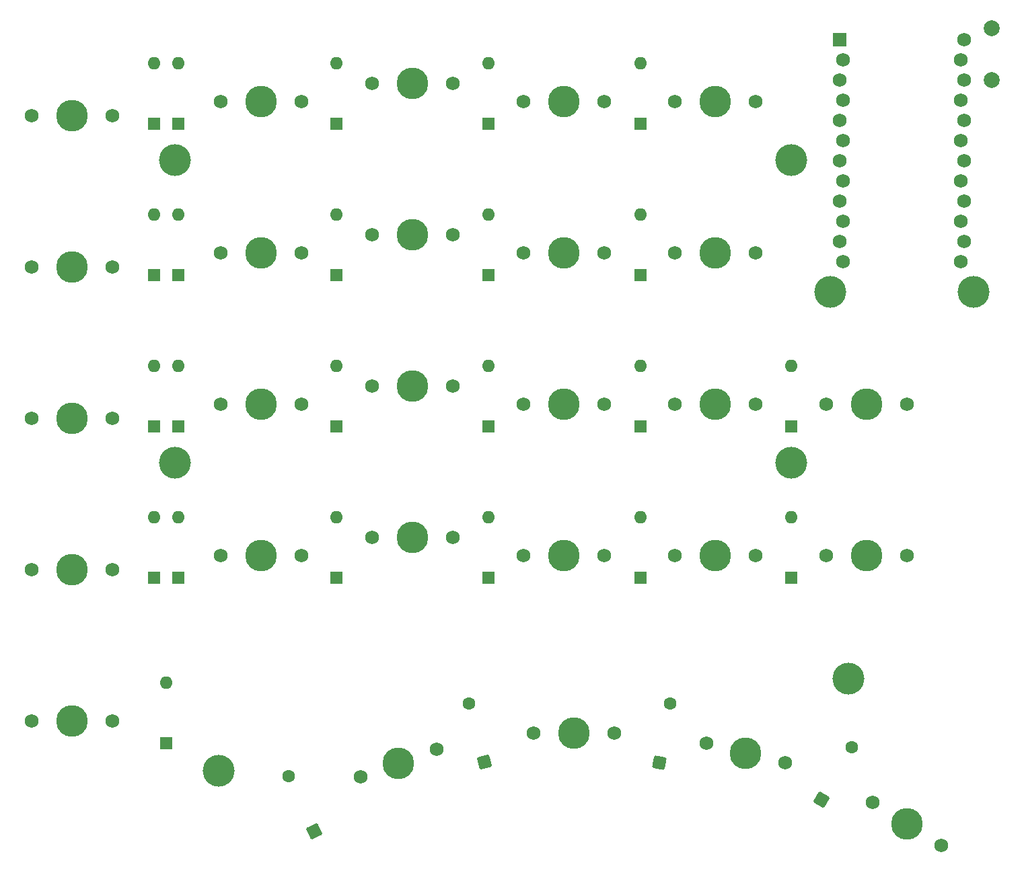
<source format=gts>
%TF.GenerationSoftware,KiCad,Pcbnew,5.99.0-unknown-5f3c67bd2b~134~ubuntu20.04.1*%
%TF.CreationDate,2021-09-29T14:39:44+02:00*%
%TF.ProjectId,knuckle-pad,6b6e7563-6b6c-4652-9d70-61642e6b6963,rev?*%
%TF.SameCoordinates,Original*%
%TF.FileFunction,Soldermask,Top*%
%TF.FilePolarity,Negative*%
%FSLAX46Y46*%
G04 Gerber Fmt 4.6, Leading zero omitted, Abs format (unit mm)*
G04 Created by KiCad (PCBNEW 5.99.0-unknown-5f3c67bd2b~134~ubuntu20.04.1) date 2021-09-29 14:39:44*
%MOMM*%
%LPD*%
G01*
G04 APERTURE LIST*
G04 Aperture macros list*
%AMRoundRect*
0 Rectangle with rounded corners*
0 $1 Rounding radius*
0 $2 $3 $4 $5 $6 $7 $8 $9 X,Y pos of 4 corners*
0 Add a 4 corners polygon primitive as box body*
4,1,4,$2,$3,$4,$5,$6,$7,$8,$9,$2,$3,0*
0 Add four circle primitives for the rounded corners*
1,1,$1+$1,$2,$3*
1,1,$1+$1,$4,$5*
1,1,$1+$1,$6,$7*
1,1,$1+$1,$8,$9*
0 Add four rect primitives between the rounded corners*
20,1,$1+$1,$2,$3,$4,$5,0*
20,1,$1+$1,$4,$5,$6,$7,0*
20,1,$1+$1,$6,$7,$8,$9,0*
20,1,$1+$1,$8,$9,$2,$3,0*%
%AMHorizOval*
0 Thick line with rounded ends*
0 $1 width*
0 $2 $3 position (X,Y) of the first rounded end (center of the circle)*
0 $4 $5 position (X,Y) of the second rounded end (center of the circle)*
0 Add line between two ends*
20,1,$1,$2,$3,$4,$5,0*
0 Add two circle primitives to create the rounded ends*
1,1,$1,$2,$3*
1,1,$1,$4,$5*%
G04 Aperture macros list end*
%ADD10R,1.752600X1.752600*%
%ADD11C,1.752600*%
%ADD12C,1.750000*%
%ADD13C,3.987800*%
%ADD14C,4.000000*%
%ADD15RoundRect,0.160000X0.640000X-0.640000X0.640000X0.640000X-0.640000X0.640000X-0.640000X-0.640000X0*%
%ADD16O,1.600000X1.600000*%
%ADD17RoundRect,0.160000X0.850513X-0.309561X0.309561X0.850513X-0.850513X0.309561X-0.309561X-0.850513X0*%
%ADD18HorizOval,1.600000X0.000000X0.000000X0.000000X0.000000X0*%
%ADD19RoundRect,0.160000X0.783837X-0.452548X0.452548X0.783837X-0.783837X0.452548X-0.452548X-0.783837X0*%
%ADD20HorizOval,1.600000X0.000000X0.000000X0.000000X0.000000X0*%
%ADD21RoundRect,0.160000X0.519142X-0.741412X0.741412X0.519142X-0.519142X0.741412X-0.741412X-0.519142X0*%
%ADD22HorizOval,1.600000X0.000000X0.000000X0.000000X0.000000X0*%
%ADD23RoundRect,0.160000X0.234256X-0.874256X0.874256X0.234256X-0.234256X0.874256X-0.874256X-0.234256X0*%
%ADD24HorizOval,1.600000X0.000000X0.000000X0.000000X0.000000X0*%
%ADD25C,2.000000*%
G04 APERTURE END LIST*
D10*
%TO.C,U1*%
X187604400Y-37927763D03*
D11*
X188061600Y-40467763D03*
X187604400Y-43007763D03*
X188061600Y-45547763D03*
X187604400Y-48087763D03*
X188061600Y-50627763D03*
X187604400Y-53167763D03*
X188061600Y-55707763D03*
X187604400Y-58247763D03*
X188061600Y-60787763D03*
X187604400Y-63327763D03*
X188061600Y-65867763D03*
X202844400Y-65867763D03*
X203301600Y-63327763D03*
X202844400Y-60787763D03*
X203301600Y-58247763D03*
X202844400Y-55707763D03*
X203301600Y-53167763D03*
X202844400Y-50627763D03*
X203301600Y-48087763D03*
X202844400Y-45547763D03*
X203301600Y-43007763D03*
X202844400Y-40467763D03*
X203301600Y-37927763D03*
%TD*%
D12*
%TO.C,SW1*%
X96037400Y-47498000D03*
D13*
X90957400Y-47498000D03*
D12*
X85877400Y-47498000D03*
%TD*%
%TO.C,SW2*%
X96037400Y-66548000D03*
X85877400Y-66548000D03*
D13*
X90957400Y-66548000D03*
%TD*%
D12*
%TO.C,SW3*%
X85877400Y-85598000D03*
X96037400Y-85598000D03*
D13*
X90957400Y-85598000D03*
%TD*%
D12*
%TO.C,SW4*%
X85877400Y-104648000D03*
D13*
X90957400Y-104648000D03*
D12*
X96037400Y-104648000D03*
%TD*%
%TO.C,SW5*%
X96037400Y-123698000D03*
X85877400Y-123698000D03*
D13*
X90957400Y-123698000D03*
%TD*%
%TO.C,SW6*%
X114808000Y-45720000D03*
D12*
X119888000Y-45720000D03*
X109728000Y-45720000D03*
%TD*%
%TO.C,SW7*%
X119888000Y-64770000D03*
X109728000Y-64770000D03*
D13*
X114808000Y-64770000D03*
%TD*%
%TO.C,SW8*%
X114808000Y-83820000D03*
D12*
X119888000Y-83820000D03*
X109728000Y-83820000D03*
%TD*%
%TO.C,SW9*%
X119888000Y-102870000D03*
X109728000Y-102870000D03*
D13*
X114808000Y-102870000D03*
%TD*%
D12*
%TO.C,SW10*%
X138938000Y-43434000D03*
X128778000Y-43434000D03*
D13*
X133858000Y-43434000D03*
%TD*%
%TO.C,SW11*%
X133858000Y-62484000D03*
D12*
X128778000Y-62484000D03*
X138938000Y-62484000D03*
%TD*%
D13*
%TO.C,SW12*%
X133858000Y-81534000D03*
D12*
X138938000Y-81534000D03*
X128778000Y-81534000D03*
%TD*%
D13*
%TO.C,SW13*%
X133858000Y-100584000D03*
D12*
X128778000Y-100584000D03*
X138938000Y-100584000D03*
%TD*%
%TO.C,SW14*%
X136853639Y-127294538D03*
D13*
X132080000Y-129032000D03*
D12*
X127306361Y-130769462D03*
%TD*%
D13*
%TO.C,SW15*%
X152908000Y-45720000D03*
D12*
X147828000Y-45720000D03*
X157988000Y-45720000D03*
%TD*%
D13*
%TO.C,SW16*%
X152908000Y-64770000D03*
D12*
X157988000Y-64770000D03*
X147828000Y-64770000D03*
%TD*%
%TO.C,SW17*%
X147828000Y-83820000D03*
D13*
X152908000Y-83820000D03*
D12*
X157988000Y-83820000D03*
%TD*%
D13*
%TO.C,SW18*%
X152908000Y-102870000D03*
D12*
X157988000Y-102870000D03*
X147828000Y-102870000D03*
%TD*%
%TO.C,SW19*%
X159258000Y-125222000D03*
D13*
X154178000Y-125222000D03*
D12*
X149098000Y-125222000D03*
%TD*%
%TO.C,SW20*%
X166878000Y-45720000D03*
X177038000Y-45720000D03*
D13*
X171958000Y-45720000D03*
%TD*%
%TO.C,SW21*%
X171958000Y-64770000D03*
D12*
X166878000Y-64770000D03*
X177038000Y-64770000D03*
%TD*%
%TO.C,SW22*%
X166878000Y-83820000D03*
D13*
X171958000Y-83820000D03*
D12*
X177038000Y-83820000D03*
%TD*%
%TO.C,SW23*%
X166878000Y-102870000D03*
D13*
X171958000Y-102870000D03*
D12*
X177038000Y-102870000D03*
%TD*%
%TO.C,SW24*%
X180697102Y-128990963D03*
X170838898Y-126533037D03*
D13*
X175768000Y-127762000D03*
%TD*%
%TO.C,SW25*%
X191008000Y-83820000D03*
D12*
X196088000Y-83820000D03*
X185928000Y-83820000D03*
%TD*%
%TO.C,SW26*%
X196088000Y-102870000D03*
X185928000Y-102870000D03*
D13*
X191008000Y-102870000D03*
%TD*%
%TO.C,SW27*%
X196088000Y-136652000D03*
D12*
X191779916Y-133960010D03*
X200396084Y-139343990D03*
%TD*%
D14*
%TO.C,H2*%
X103949500Y-91186000D03*
%TD*%
%TO.C,H8*%
X204470000Y-69723000D03*
%TD*%
%TO.C,H5*%
X181483000Y-91186000D03*
%TD*%
%TO.C,H3*%
X109435900Y-129984500D03*
%TD*%
%TO.C,H6*%
X188722000Y-118364000D03*
%TD*%
%TO.C,H4*%
X181483000Y-53086000D03*
%TD*%
%TO.C,H7*%
X186436000Y-69723000D03*
%TD*%
%TO.C,H1*%
X103949500Y-53086000D03*
%TD*%
D15*
%TO.C,D1*%
X101346000Y-48514000D03*
D16*
X101346000Y-40894000D03*
%TD*%
D15*
%TO.C,D2*%
X101346000Y-67561000D03*
D16*
X101346000Y-59941000D03*
%TD*%
D15*
%TO.C,D3*%
X101346000Y-86614000D03*
D16*
X101346000Y-78994000D03*
%TD*%
D15*
%TO.C,D4*%
X101346000Y-105664000D03*
D16*
X101346000Y-98044000D03*
%TD*%
D15*
%TO.C,D5*%
X102870000Y-126492000D03*
D16*
X102870000Y-118872000D03*
%TD*%
D15*
%TO.C,D6*%
X104394000Y-48514000D03*
D16*
X104394000Y-40894000D03*
%TD*%
D15*
%TO.C,D7*%
X104394000Y-67564000D03*
D16*
X104394000Y-59944000D03*
%TD*%
D15*
%TO.C,D8*%
X104394000Y-86614000D03*
D16*
X104394000Y-78994000D03*
%TD*%
D15*
%TO.C,D9*%
X104394000Y-105664000D03*
D16*
X104394000Y-98044000D03*
%TD*%
D15*
%TO.C,D10*%
X124300000Y-48514000D03*
D16*
X124300000Y-40894000D03*
%TD*%
D15*
%TO.C,D11*%
X124300000Y-67564000D03*
D16*
X124300000Y-59944000D03*
%TD*%
D15*
%TO.C,D12*%
X124300000Y-86614000D03*
D16*
X124300000Y-78994000D03*
%TD*%
D15*
%TO.C,D13*%
X124300000Y-105664000D03*
D16*
X124300000Y-98044000D03*
%TD*%
D17*
%TO.C,D14*%
X121498176Y-137565033D03*
D18*
X118277824Y-130658967D03*
%TD*%
D15*
%TO.C,D15*%
X143383000Y-48514000D03*
D16*
X143383000Y-40894000D03*
%TD*%
D15*
%TO.C,D16*%
X143383000Y-67564000D03*
D16*
X143383000Y-59944000D03*
%TD*%
D15*
%TO.C,D17*%
X143383000Y-86614000D03*
D16*
X143383000Y-78994000D03*
%TD*%
D15*
%TO.C,D18*%
X143383000Y-105664000D03*
D16*
X143383000Y-98044000D03*
%TD*%
D19*
%TO.C,D19*%
X142923505Y-128902177D03*
D20*
X140951303Y-121541823D03*
%TD*%
D15*
%TO.C,D20*%
X162560000Y-48514000D03*
D16*
X162560000Y-40894000D03*
%TD*%
D15*
%TO.C,D21*%
X162560000Y-67564000D03*
D16*
X162560000Y-59944000D03*
%TD*%
D15*
%TO.C,D22*%
X162560000Y-86614000D03*
D16*
X162560000Y-78994000D03*
%TD*%
D15*
%TO.C,D23*%
X162560000Y-105664000D03*
D16*
X162560000Y-98044000D03*
%TD*%
D21*
%TO.C,D24*%
X164946400Y-128974118D03*
D22*
X166269600Y-121469882D03*
%TD*%
D15*
%TO.C,D25*%
X181483000Y-86614000D03*
D16*
X181483000Y-78994000D03*
%TD*%
D15*
%TO.C,D26*%
X181483000Y-105664000D03*
D16*
X181483000Y-98044000D03*
%TD*%
D23*
%TO.C,D27*%
X185293000Y-133601557D03*
D24*
X189103000Y-127002443D03*
%TD*%
D25*
%TO.C,RST1*%
X206756000Y-43001000D03*
X206756000Y-36501000D03*
%TD*%
M02*

</source>
